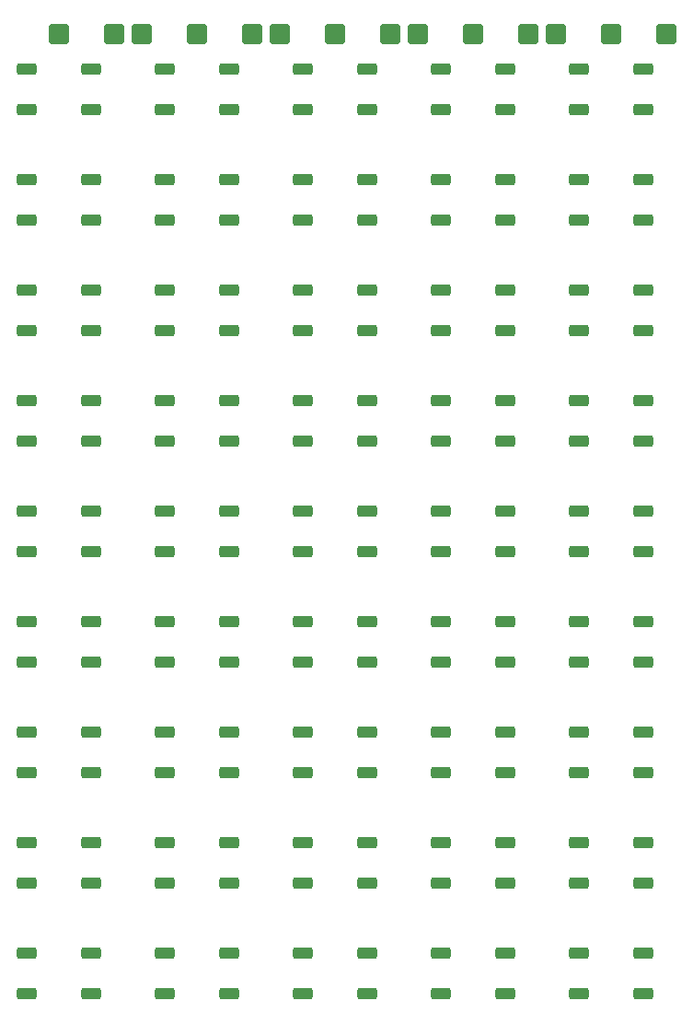
<source format=gbr>
%TF.GenerationSoftware,KiCad,Pcbnew,8.0.4*%
%TF.CreationDate,2024-09-09T09:49:45+10:00*%
%TF.ProjectId,ti59_keyboard,74693539-5f6b-4657-9962-6f6172642e6b,rev?*%
%TF.SameCoordinates,Original*%
%TF.FileFunction,Soldermask,Top*%
%TF.FilePolarity,Negative*%
%FSLAX46Y46*%
G04 Gerber Fmt 4.6, Leading zero omitted, Abs format (unit mm)*
G04 Created by KiCad (PCBNEW 8.0.4) date 2024-09-09 09:49:45*
%MOMM*%
%LPD*%
G01*
G04 APERTURE LIST*
G04 Aperture macros list*
%AMRoundRect*
0 Rectangle with rounded corners*
0 $1 Rounding radius*
0 $2 $3 $4 $5 $6 $7 $8 $9 X,Y pos of 4 corners*
0 Add a 4 corners polygon primitive as box body*
4,1,4,$2,$3,$4,$5,$6,$7,$8,$9,$2,$3,0*
0 Add four circle primitives for the rounded corners*
1,1,$1+$1,$2,$3*
1,1,$1+$1,$4,$5*
1,1,$1+$1,$6,$7*
1,1,$1+$1,$8,$9*
0 Add four rect primitives between the rounded corners*
20,1,$1+$1,$2,$3,$4,$5,0*
20,1,$1+$1,$4,$5,$6,$7,0*
20,1,$1+$1,$6,$7,$8,$9,0*
20,1,$1+$1,$8,$9,$2,$3,0*%
G04 Aperture macros list end*
%ADD10RoundRect,0.200000X-0.700000X-0.350000X0.700000X-0.350000X0.700000X0.350000X-0.700000X0.350000X0*%
%ADD11RoundRect,0.250000X-0.675000X-0.675000X0.675000X-0.675000X0.675000X0.675000X-0.675000X0.675000X0*%
G04 APERTURE END LIST*
D10*
%TO.C,SW1*%
X-28400000Y-15500000D03*
X-22400000Y-15500000D03*
X-28400000Y-19200000D03*
X-22400000Y-19200000D03*
%TD*%
%TO.C,SW27*%
X-15700000Y-66300000D03*
X-9700000Y-66300000D03*
X-15700000Y-70000000D03*
X-9700000Y-70000000D03*
%TD*%
%TO.C,SW7*%
X-15700000Y-25660000D03*
X-9700000Y-25660000D03*
X-15700000Y-29360000D03*
X-9700000Y-29360000D03*
%TD*%
%TO.C,SW34*%
X9700000Y-76460000D03*
X15700000Y-76460000D03*
X9700000Y-80160000D03*
X15700000Y-80160000D03*
%TD*%
D11*
%TO.C,J12*%
X20320000Y-2110000D03*
%TD*%
D10*
%TO.C,SW44*%
X9700000Y-5340000D03*
X15700000Y-5340000D03*
X9700000Y-9040000D03*
X15700000Y-9040000D03*
%TD*%
D11*
%TO.C,J4*%
X-12700000Y-2110000D03*
%TD*%
D10*
%TO.C,SW6*%
X-28400000Y-25660000D03*
X-22400000Y-25660000D03*
X-28400000Y-29360000D03*
X-22400000Y-29360000D03*
%TD*%
D11*
%TO.C,J13*%
X25400000Y-2110000D03*
%TD*%
D10*
%TO.C,SW33*%
X-3000000Y-76460000D03*
X3000000Y-76460000D03*
X-3000000Y-80160000D03*
X3000000Y-80160000D03*
%TD*%
D11*
%TO.C,J7*%
X0Y-2110000D03*
%TD*%
%TO.C,J8*%
X5080000Y-2110000D03*
%TD*%
%TO.C,J2*%
X-20320000Y-2110000D03*
%TD*%
D10*
%TO.C,SW17*%
X-15700000Y-45980000D03*
X-9700000Y-45980000D03*
X-15700000Y-49680000D03*
X-9700000Y-49680000D03*
%TD*%
%TO.C,SW2*%
X-15700000Y-15500000D03*
X-9700000Y-15500000D03*
X-15700000Y-19200000D03*
X-9700000Y-19200000D03*
%TD*%
D11*
%TO.C,J10*%
X12700000Y-2110000D03*
%TD*%
%TO.C,J3*%
X-17780000Y-2110000D03*
%TD*%
D10*
%TO.C,SW28*%
X-3000000Y-66300000D03*
X3000000Y-66300000D03*
X-3000000Y-70000000D03*
X3000000Y-70000000D03*
%TD*%
%TO.C,SW19*%
X9700000Y-45980000D03*
X15700000Y-45980000D03*
X9700000Y-49680000D03*
X15700000Y-49680000D03*
%TD*%
%TO.C,SW8*%
X-3000000Y-25660000D03*
X3000000Y-25660000D03*
X-3000000Y-29360000D03*
X3000000Y-29360000D03*
%TD*%
%TO.C,SW40*%
X22400000Y-86620000D03*
X28400000Y-86620000D03*
X22400000Y-90320000D03*
X28400000Y-90320000D03*
%TD*%
%TO.C,SW39*%
X9700000Y-86620000D03*
X15700000Y-86620000D03*
X9700000Y-90320000D03*
X15700000Y-90320000D03*
%TD*%
%TO.C,SW20*%
X22400000Y-45980000D03*
X28400000Y-45980000D03*
X22400000Y-49680000D03*
X28400000Y-49680000D03*
%TD*%
D11*
%TO.C,J6*%
X-5080000Y-2110000D03*
%TD*%
D10*
%TO.C,SW26*%
X-28400000Y-66300000D03*
X-22400000Y-66300000D03*
X-28400000Y-70000000D03*
X-22400000Y-70000000D03*
%TD*%
%TO.C,SW45*%
X22400000Y-5340000D03*
X28400000Y-5340000D03*
X22400000Y-9040000D03*
X28400000Y-9040000D03*
%TD*%
%TO.C,SW5*%
X22400000Y-15500000D03*
X28400000Y-15500000D03*
X22400000Y-19200000D03*
X28400000Y-19200000D03*
%TD*%
D11*
%TO.C,J11*%
X17780000Y-2110000D03*
%TD*%
D10*
%TO.C,SW15*%
X22400000Y-35820000D03*
X28400000Y-35820000D03*
X22400000Y-39520000D03*
X28400000Y-39520000D03*
%TD*%
D11*
%TO.C,J14*%
X30480000Y-2110000D03*
%TD*%
D10*
%TO.C,SW4*%
X9700000Y-15500000D03*
X15700000Y-15500000D03*
X9700000Y-19200000D03*
X15700000Y-19200000D03*
%TD*%
%TO.C,SW37*%
X-15700000Y-86620000D03*
X-9700000Y-86620000D03*
X-15700000Y-90320000D03*
X-9700000Y-90320000D03*
%TD*%
%TO.C,SW21*%
X-28400000Y-56140000D03*
X-22400000Y-56140000D03*
X-28400000Y-59840000D03*
X-22400000Y-59840000D03*
%TD*%
%TO.C,SW16*%
X-28400000Y-45980000D03*
X-22400000Y-45980000D03*
X-28400000Y-49680000D03*
X-22400000Y-49680000D03*
%TD*%
%TO.C,SW43*%
X-3000000Y-5340000D03*
X3000000Y-5340000D03*
X-3000000Y-9040000D03*
X3000000Y-9040000D03*
%TD*%
D11*
%TO.C,J5*%
X-7620000Y-2110000D03*
%TD*%
D10*
%TO.C,SW3*%
X-3000000Y-15500000D03*
X3000000Y-15500000D03*
X-3000000Y-19200000D03*
X3000000Y-19200000D03*
%TD*%
%TO.C,SW35*%
X22400000Y-76460000D03*
X28400000Y-76460000D03*
X22400000Y-80160000D03*
X28400000Y-80160000D03*
%TD*%
%TO.C,SW32*%
X-15700000Y-76460000D03*
X-9700000Y-76460000D03*
X-15700000Y-80160000D03*
X-9700000Y-80160000D03*
%TD*%
%TO.C,SW41*%
X-28400000Y-5340000D03*
X-22400000Y-5340000D03*
X-28400000Y-9040000D03*
X-22400000Y-9040000D03*
%TD*%
%TO.C,SW12*%
X-15700000Y-35820000D03*
X-9700000Y-35820000D03*
X-15700000Y-39520000D03*
X-9700000Y-39520000D03*
%TD*%
%TO.C,SW14*%
X9700000Y-35820000D03*
X15700000Y-35820000D03*
X9700000Y-39520000D03*
X15700000Y-39520000D03*
%TD*%
%TO.C,SW24*%
X9700000Y-56140000D03*
X15700000Y-56140000D03*
X9700000Y-59840000D03*
X15700000Y-59840000D03*
%TD*%
D11*
%TO.C,J9*%
X7620000Y-2110000D03*
%TD*%
D10*
%TO.C,SW9*%
X9700000Y-25660000D03*
X15700000Y-25660000D03*
X9700000Y-29360000D03*
X15700000Y-29360000D03*
%TD*%
%TO.C,SW29*%
X9700000Y-66300000D03*
X15700000Y-66300000D03*
X9700000Y-70000000D03*
X15700000Y-70000000D03*
%TD*%
%TO.C,SW36*%
X-28400000Y-86620000D03*
X-22400000Y-86620000D03*
X-28400000Y-90320000D03*
X-22400000Y-90320000D03*
%TD*%
%TO.C,SW22*%
X-15700000Y-56140000D03*
X-9700000Y-56140000D03*
X-15700000Y-59840000D03*
X-9700000Y-59840000D03*
%TD*%
%TO.C,SW11*%
X-28400000Y-35820000D03*
X-22400000Y-35820000D03*
X-28400000Y-39520000D03*
X-22400000Y-39520000D03*
%TD*%
%TO.C,SW42*%
X-15700000Y-5340000D03*
X-9700000Y-5340000D03*
X-15700000Y-9040000D03*
X-9700000Y-9040000D03*
%TD*%
%TO.C,SW25*%
X22400000Y-56140000D03*
X28400000Y-56140000D03*
X22400000Y-59840000D03*
X28400000Y-59840000D03*
%TD*%
%TO.C,SW13*%
X-3000000Y-35820000D03*
X3000000Y-35820000D03*
X-3000000Y-39520000D03*
X3000000Y-39520000D03*
%TD*%
%TO.C,SW30*%
X22400000Y-66300000D03*
X28400000Y-66300000D03*
X22400000Y-70000000D03*
X28400000Y-70000000D03*
%TD*%
D11*
%TO.C,J1*%
X-25400000Y-2110000D03*
%TD*%
D10*
%TO.C,SW31*%
X-28400000Y-76460000D03*
X-22400000Y-76460000D03*
X-28400000Y-80160000D03*
X-22400000Y-80160000D03*
%TD*%
%TO.C,SW10*%
X22400000Y-25660000D03*
X28400000Y-25660000D03*
X22400000Y-29360000D03*
X28400000Y-29360000D03*
%TD*%
%TO.C,SW38*%
X-3000000Y-86620000D03*
X3000000Y-86620000D03*
X-3000000Y-90320000D03*
X3000000Y-90320000D03*
%TD*%
%TO.C,SW23*%
X-3000000Y-56140000D03*
X3000000Y-56140000D03*
X-3000000Y-59840000D03*
X3000000Y-59840000D03*
%TD*%
%TO.C,SW18*%
X-3000000Y-45980000D03*
X3000000Y-45980000D03*
X-3000000Y-49680000D03*
X3000000Y-49680000D03*
%TD*%
M02*

</source>
